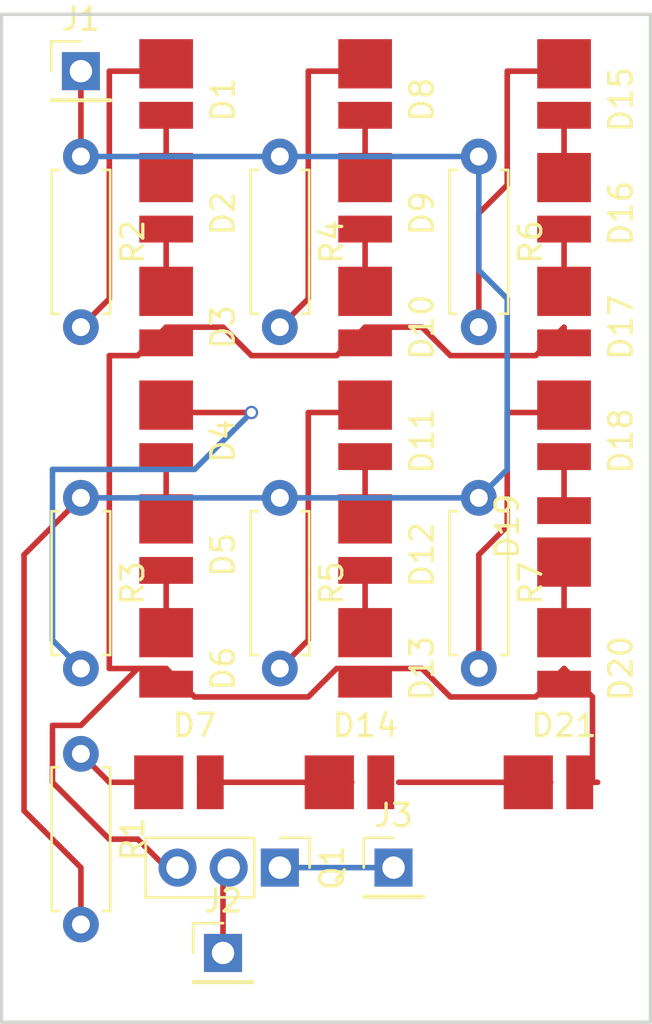
<source format=kicad_pcb>
(kicad_pcb (version 4) (host pcbnew 4.0.7-e2-6376~58~ubuntu16.04.1)

  (general
    (links 37)
    (no_connects 3)
    (area 43.374999 37.335 72.515001 83.415)
    (thickness 1.6)
    (drawings 4)
    (tracks 104)
    (zones 0)
    (modules 32)
    (nets 26)
  )

  (page A4)
  (layers
    (0 F.Cu signal)
    (31 B.Cu signal)
    (32 B.Adhes user)
    (33 F.Adhes user)
    (34 B.Paste user)
    (35 F.Paste user)
    (36 B.SilkS user)
    (37 F.SilkS user)
    (38 B.Mask user)
    (39 F.Mask user)
    (40 Dwgs.User user)
    (41 Cmts.User user)
    (42 Eco1.User user)
    (43 Eco2.User user)
    (44 Edge.Cuts user)
    (45 Margin user)
    (46 B.CrtYd user)
    (47 F.CrtYd user)
    (48 B.Fab user)
    (49 F.Fab user)
  )

  (setup
    (last_trace_width 0.25)
    (trace_clearance 0.2)
    (zone_clearance 0.508)
    (zone_45_only no)
    (trace_min 0.2)
    (segment_width 0.2)
    (edge_width 0.15)
    (via_size 0.6)
    (via_drill 0.4)
    (via_min_size 0.4)
    (via_min_drill 0.3)
    (uvia_size 0.3)
    (uvia_drill 0.1)
    (uvias_allowed no)
    (uvia_min_size 0.2)
    (uvia_min_drill 0.1)
    (pcb_text_width 0.3)
    (pcb_text_size 1.5 1.5)
    (mod_edge_width 0.15)
    (mod_text_size 1 1)
    (mod_text_width 0.15)
    (pad_size 1.524 1.524)
    (pad_drill 0.762)
    (pad_to_mask_clearance 0.2)
    (aux_axis_origin 0 0)
    (visible_elements FFFFFF7F)
    (pcbplotparams
      (layerselection 0x00030_80000001)
      (usegerberextensions false)
      (excludeedgelayer true)
      (linewidth 0.100000)
      (plotframeref false)
      (viasonmask false)
      (mode 1)
      (useauxorigin false)
      (hpglpennumber 1)
      (hpglpenspeed 20)
      (hpglpendiameter 15)
      (hpglpenoverlay 2)
      (psnegative false)
      (psa4output false)
      (plotreference true)
      (plotvalue true)
      (plotinvisibletext false)
      (padsonsilk false)
      (subtractmaskfromsilk false)
      (outputformat 1)
      (mirror false)
      (drillshape 1)
      (scaleselection 1)
      (outputdirectory ""))
  )

  (net 0 "")
  (net 1 "Net-(D1-Pad1)")
  (net 2 "Net-(D1-Pad2)")
  (net 3 "Net-(D2-Pad1)")
  (net 4 "Net-(D10-Pad1)")
  (net 5 "Net-(D4-Pad1)")
  (net 6 "Net-(D4-Pad2)")
  (net 7 "Net-(D5-Pad1)")
  (net 8 "Net-(D14-Pad2)")
  (net 9 "Net-(D7-Pad2)")
  (net 10 "Net-(D8-Pad1)")
  (net 11 "Net-(D8-Pad2)")
  (net 12 "Net-(D10-Pad2)")
  (net 13 "Net-(D11-Pad1)")
  (net 14 "Net-(D11-Pad2)")
  (net 15 "Net-(D12-Pad1)")
  (net 16 "Net-(D14-Pad1)")
  (net 17 "Net-(D15-Pad1)")
  (net 18 "Net-(D15-Pad2)")
  (net 19 "Net-(D16-Pad1)")
  (net 20 "Net-(D18-Pad1)")
  (net 21 "Net-(D18-Pad2)")
  (net 22 "Net-(D19-Pad1)")
  (net 23 GND)
  (net 24 12V)
  (net 25 "Net-(J2-Pad1)")

  (net_class Default "This is the default net class."
    (clearance 0.2)
    (trace_width 0.25)
    (via_dia 0.6)
    (via_drill 0.4)
    (uvia_dia 0.3)
    (uvia_drill 0.1)
    (add_net 12V)
    (add_net GND)
    (add_net "Net-(D1-Pad1)")
    (add_net "Net-(D1-Pad2)")
    (add_net "Net-(D10-Pad1)")
    (add_net "Net-(D10-Pad2)")
    (add_net "Net-(D11-Pad1)")
    (add_net "Net-(D11-Pad2)")
    (add_net "Net-(D12-Pad1)")
    (add_net "Net-(D14-Pad1)")
    (add_net "Net-(D14-Pad2)")
    (add_net "Net-(D15-Pad1)")
    (add_net "Net-(D15-Pad2)")
    (add_net "Net-(D16-Pad1)")
    (add_net "Net-(D18-Pad1)")
    (add_net "Net-(D18-Pad2)")
    (add_net "Net-(D19-Pad1)")
    (add_net "Net-(D2-Pad1)")
    (add_net "Net-(D4-Pad1)")
    (add_net "Net-(D4-Pad2)")
    (add_net "Net-(D5-Pad1)")
    (add_net "Net-(D7-Pad2)")
    (add_net "Net-(D8-Pad1)")
    (add_net "Net-(D8-Pad2)")
    (add_net "Net-(J2-Pad1)")
  )

  (module Socket_Strips:Socket_Strip_Straight_1x01_Pitch2.54mm (layer F.Cu) (tedit 58CD5446) (tstamp 5A8EB883)
    (at 46.99 40.64)
    (descr "Through hole straight socket strip, 1x01, 2.54mm pitch, single row")
    (tags "Through hole socket strip THT 1x01 2.54mm single row")
    (path /5A8E4E03)
    (fp_text reference J1 (at 0 -2.33) (layer F.SilkS)
      (effects (font (size 1 1) (thickness 0.15)))
    )
    (fp_text value 12V (at 0 2.33) (layer F.Fab)
      (effects (font (size 1 1) (thickness 0.15)))
    )
    (fp_line (start -1.27 -1.27) (end -1.27 1.27) (layer F.Fab) (width 0.1))
    (fp_line (start -1.27 1.27) (end 1.27 1.27) (layer F.Fab) (width 0.1))
    (fp_line (start 1.27 1.27) (end 1.27 -1.27) (layer F.Fab) (width 0.1))
    (fp_line (start 1.27 -1.27) (end -1.27 -1.27) (layer F.Fab) (width 0.1))
    (fp_line (start -1.33 1.27) (end -1.33 1.33) (layer F.SilkS) (width 0.12))
    (fp_line (start -1.33 1.33) (end 1.33 1.33) (layer F.SilkS) (width 0.12))
    (fp_line (start 1.33 1.33) (end 1.33 1.27) (layer F.SilkS) (width 0.12))
    (fp_line (start 1.33 1.27) (end -1.33 1.27) (layer F.SilkS) (width 0.12))
    (fp_line (start -1.33 0) (end -1.33 -1.33) (layer F.SilkS) (width 0.12))
    (fp_line (start -1.33 -1.33) (end 0 -1.33) (layer F.SilkS) (width 0.12))
    (fp_line (start -1.8 -1.8) (end -1.8 1.8) (layer F.CrtYd) (width 0.05))
    (fp_line (start -1.8 1.8) (end 1.8 1.8) (layer F.CrtYd) (width 0.05))
    (fp_line (start 1.8 1.8) (end 1.8 -1.8) (layer F.CrtYd) (width 0.05))
    (fp_line (start 1.8 -1.8) (end -1.8 -1.8) (layer F.CrtYd) (width 0.05))
    (fp_text user %R (at 0 -2.33) (layer F.Fab)
      (effects (font (size 1 1) (thickness 0.15)))
    )
    (pad 1 thru_hole rect (at 0 0) (size 1.7 1.7) (drill 1) (layers *.Cu *.Mask)
      (net 24 12V))
    (model ${KISYS3DMOD}/Socket_Strips.3dshapes/Socket_Strip_Straight_1x01_Pitch2.54mm.wrl
      (at (xyz 0 0 0))
      (scale (xyz 1 1 1))
      (rotate (xyz 0 0 270))
    )
  )

  (module AlteredFootprints:CUSTOM_Socket_Strip_Straight_1x03_Pitch0.09in (layer F.Cu) (tedit 5A8E4C43) (tstamp 5A8EB899)
    (at 55.88 76.2 270)
    (descr "Through hole straight socket strip, 1x03, 2.54mm pitch, single row")
    (tags "Through hole socket strip THT 1x03 2.54mm single row")
    (path /5A8DFF82)
    (fp_text reference Q1 (at 0 -2.33 270) (layer F.SilkS)
      (effects (font (size 1 1) (thickness 0.15)))
    )
    (fp_text value Q_NMOS_DGS (at 0 7.41 270) (layer F.Fab)
      (effects (font (size 1 1) (thickness 0.15)))
    )
    (fp_line (start -1.27 -1.27) (end -1.27 5.969) (layer F.Fab) (width 0.1))
    (fp_line (start -1.27 5.969) (end 1.27 5.969) (layer F.Fab) (width 0.1))
    (fp_line (start 1.27 5.969) (end 1.27 -1.27) (layer F.Fab) (width 0.1))
    (fp_line (start 1.27 -1.27) (end -1.27 -1.27) (layer F.Fab) (width 0.1))
    (fp_line (start -1.33 1.27) (end -1.33 5.9944) (layer F.SilkS) (width 0.12))
    (fp_line (start -1.33 5.9944) (end 1.33 5.9944) (layer F.SilkS) (width 0.12))
    (fp_line (start 1.33 5.9944) (end 1.33 1.27) (layer F.SilkS) (width 0.12))
    (fp_line (start 1.33 1.143) (end -1.33 1.143) (layer F.SilkS) (width 0.12))
    (fp_line (start -1.33 0) (end -1.33 -1.33) (layer F.SilkS) (width 0.12))
    (fp_line (start -1.33 -1.33) (end 0 -1.33) (layer F.SilkS) (width 0.12))
    (fp_line (start -1.8 -1.8) (end -1.8 6.35) (layer F.CrtYd) (width 0.05))
    (fp_line (start -1.8 6.35) (end 1.8 6.35) (layer F.CrtYd) (width 0.05))
    (fp_line (start 1.8 6.35) (end 1.8 -1.8) (layer F.CrtYd) (width 0.05))
    (fp_line (start 1.8 -1.8) (end -1.8 -1.8) (layer F.CrtYd) (width 0.05))
    (fp_text user %R (at 0 -2.33 270) (layer F.Fab)
      (effects (font (size 1 1) (thickness 0.15)))
    )
    (pad 1 thru_hole rect (at 0 0 270) (size 1.7 1.7) (drill 1) (layers *.Cu *.Mask)
      (net 23 GND))
    (pad 2 thru_hole oval (at 0 2.286 270) (size 1.7 1.7) (drill 1) (layers *.Cu *.Mask)
      (net 25 "Net-(J2-Pad1)"))
    (pad 3 thru_hole oval (at 0 4.572 270) (size 1.7 1.7) (drill 1) (layers *.Cu *.Mask)
      (net 4 "Net-(D10-Pad1)"))
    (model ${KISYS3DMOD}/Socket_Strips.3dshapes/Socket_Strip_Straight_1x03_Pitch2.54mm.wrl
      (at (xyz 0 -0.1 0))
      (scale (xyz 1 1 1))
      (rotate (xyz 0 0 270))
    )
  )

  (module Resistors_THT:R_Axial_DIN0207_L6.3mm_D2.5mm_P7.62mm_Horizontal (layer F.Cu) (tedit 5874F706) (tstamp 5A8EB8AF)
    (at 46.99 71.12 270)
    (descr "Resistor, Axial_DIN0207 series, Axial, Horizontal, pin pitch=7.62mm, 0.25W = 1/4W, length*diameter=6.3*2.5mm^2, http://cdn-reichelt.de/documents/datenblatt/B400/1_4W%23YAG.pdf")
    (tags "Resistor Axial_DIN0207 series Axial Horizontal pin pitch 7.62mm 0.25W = 1/4W length 6.3mm diameter 2.5mm")
    (path /5A8DF8C3)
    (fp_text reference R1 (at 3.81 -2.31 270) (layer F.SilkS)
      (effects (font (size 1 1) (thickness 0.15)))
    )
    (fp_text value 145 (at 3.81 2.31 270) (layer F.Fab)
      (effects (font (size 1 1) (thickness 0.15)))
    )
    (fp_line (start 0.66 -1.25) (end 0.66 1.25) (layer F.Fab) (width 0.1))
    (fp_line (start 0.66 1.25) (end 6.96 1.25) (layer F.Fab) (width 0.1))
    (fp_line (start 6.96 1.25) (end 6.96 -1.25) (layer F.Fab) (width 0.1))
    (fp_line (start 6.96 -1.25) (end 0.66 -1.25) (layer F.Fab) (width 0.1))
    (fp_line (start 0 0) (end 0.66 0) (layer F.Fab) (width 0.1))
    (fp_line (start 7.62 0) (end 6.96 0) (layer F.Fab) (width 0.1))
    (fp_line (start 0.6 -0.98) (end 0.6 -1.31) (layer F.SilkS) (width 0.12))
    (fp_line (start 0.6 -1.31) (end 7.02 -1.31) (layer F.SilkS) (width 0.12))
    (fp_line (start 7.02 -1.31) (end 7.02 -0.98) (layer F.SilkS) (width 0.12))
    (fp_line (start 0.6 0.98) (end 0.6 1.31) (layer F.SilkS) (width 0.12))
    (fp_line (start 0.6 1.31) (end 7.02 1.31) (layer F.SilkS) (width 0.12))
    (fp_line (start 7.02 1.31) (end 7.02 0.98) (layer F.SilkS) (width 0.12))
    (fp_line (start -1.05 -1.6) (end -1.05 1.6) (layer F.CrtYd) (width 0.05))
    (fp_line (start -1.05 1.6) (end 8.7 1.6) (layer F.CrtYd) (width 0.05))
    (fp_line (start 8.7 1.6) (end 8.7 -1.6) (layer F.CrtYd) (width 0.05))
    (fp_line (start 8.7 -1.6) (end -1.05 -1.6) (layer F.CrtYd) (width 0.05))
    (pad 1 thru_hole circle (at 0 0 270) (size 1.6 1.6) (drill 0.8) (layers *.Cu *.Mask)
      (net 9 "Net-(D7-Pad2)"))
    (pad 2 thru_hole oval (at 7.62 0 270) (size 1.6 1.6) (drill 0.8) (layers *.Cu *.Mask)
      (net 24 12V))
    (model ${KISYS3DMOD}/Resistors_THT.3dshapes/R_Axial_DIN0207_L6.3mm_D2.5mm_P7.62mm_Horizontal.wrl
      (at (xyz 0 0 0))
      (scale (xyz 0.393701 0.393701 0.393701))
      (rotate (xyz 0 0 0))
    )
  )

  (module Resistors_THT:R_Axial_DIN0207_L6.3mm_D2.5mm_P7.62mm_Horizontal (layer F.Cu) (tedit 5874F706) (tstamp 5A8EB8C5)
    (at 46.99 44.45 270)
    (descr "Resistor, Axial_DIN0207 series, Axial, Horizontal, pin pitch=7.62mm, 0.25W = 1/4W, length*diameter=6.3*2.5mm^2, http://cdn-reichelt.de/documents/datenblatt/B400/1_4W%23YAG.pdf")
    (tags "Resistor Axial_DIN0207 series Axial Horizontal pin pitch 7.62mm 0.25W = 1/4W length 6.3mm diameter 2.5mm")
    (path /5A8DF790)
    (fp_text reference R2 (at 3.81 -2.31 270) (layer F.SilkS)
      (effects (font (size 1 1) (thickness 0.15)))
    )
    (fp_text value 145 (at 3.81 2.31 270) (layer F.Fab)
      (effects (font (size 1 1) (thickness 0.15)))
    )
    (fp_line (start 0.66 -1.25) (end 0.66 1.25) (layer F.Fab) (width 0.1))
    (fp_line (start 0.66 1.25) (end 6.96 1.25) (layer F.Fab) (width 0.1))
    (fp_line (start 6.96 1.25) (end 6.96 -1.25) (layer F.Fab) (width 0.1))
    (fp_line (start 6.96 -1.25) (end 0.66 -1.25) (layer F.Fab) (width 0.1))
    (fp_line (start 0 0) (end 0.66 0) (layer F.Fab) (width 0.1))
    (fp_line (start 7.62 0) (end 6.96 0) (layer F.Fab) (width 0.1))
    (fp_line (start 0.6 -0.98) (end 0.6 -1.31) (layer F.SilkS) (width 0.12))
    (fp_line (start 0.6 -1.31) (end 7.02 -1.31) (layer F.SilkS) (width 0.12))
    (fp_line (start 7.02 -1.31) (end 7.02 -0.98) (layer F.SilkS) (width 0.12))
    (fp_line (start 0.6 0.98) (end 0.6 1.31) (layer F.SilkS) (width 0.12))
    (fp_line (start 0.6 1.31) (end 7.02 1.31) (layer F.SilkS) (width 0.12))
    (fp_line (start 7.02 1.31) (end 7.02 0.98) (layer F.SilkS) (width 0.12))
    (fp_line (start -1.05 -1.6) (end -1.05 1.6) (layer F.CrtYd) (width 0.05))
    (fp_line (start -1.05 1.6) (end 8.7 1.6) (layer F.CrtYd) (width 0.05))
    (fp_line (start 8.7 1.6) (end 8.7 -1.6) (layer F.CrtYd) (width 0.05))
    (fp_line (start 8.7 -1.6) (end -1.05 -1.6) (layer F.CrtYd) (width 0.05))
    (pad 1 thru_hole circle (at 0 0 270) (size 1.6 1.6) (drill 0.8) (layers *.Cu *.Mask)
      (net 24 12V))
    (pad 2 thru_hole oval (at 7.62 0 270) (size 1.6 1.6) (drill 0.8) (layers *.Cu *.Mask)
      (net 2 "Net-(D1-Pad2)"))
    (model ${KISYS3DMOD}/Resistors_THT.3dshapes/R_Axial_DIN0207_L6.3mm_D2.5mm_P7.62mm_Horizontal.wrl
      (at (xyz 0 0 0))
      (scale (xyz 0.393701 0.393701 0.393701))
      (rotate (xyz 0 0 0))
    )
  )

  (module Resistors_THT:R_Axial_DIN0207_L6.3mm_D2.5mm_P7.62mm_Horizontal (layer F.Cu) (tedit 5874F706) (tstamp 5A8EB8DB)
    (at 46.99 59.69 270)
    (descr "Resistor, Axial_DIN0207 series, Axial, Horizontal, pin pitch=7.62mm, 0.25W = 1/4W, length*diameter=6.3*2.5mm^2, http://cdn-reichelt.de/documents/datenblatt/B400/1_4W%23YAG.pdf")
    (tags "Resistor Axial_DIN0207 series Axial Horizontal pin pitch 7.62mm 0.25W = 1/4W length 6.3mm diameter 2.5mm")
    (path /5A8E1A9C)
    (fp_text reference R3 (at 3.81 -2.31 270) (layer F.SilkS)
      (effects (font (size 1 1) (thickness 0.15)))
    )
    (fp_text value 145 (at 3.81 2.31 270) (layer F.Fab)
      (effects (font (size 1 1) (thickness 0.15)))
    )
    (fp_line (start 0.66 -1.25) (end 0.66 1.25) (layer F.Fab) (width 0.1))
    (fp_line (start 0.66 1.25) (end 6.96 1.25) (layer F.Fab) (width 0.1))
    (fp_line (start 6.96 1.25) (end 6.96 -1.25) (layer F.Fab) (width 0.1))
    (fp_line (start 6.96 -1.25) (end 0.66 -1.25) (layer F.Fab) (width 0.1))
    (fp_line (start 0 0) (end 0.66 0) (layer F.Fab) (width 0.1))
    (fp_line (start 7.62 0) (end 6.96 0) (layer F.Fab) (width 0.1))
    (fp_line (start 0.6 -0.98) (end 0.6 -1.31) (layer F.SilkS) (width 0.12))
    (fp_line (start 0.6 -1.31) (end 7.02 -1.31) (layer F.SilkS) (width 0.12))
    (fp_line (start 7.02 -1.31) (end 7.02 -0.98) (layer F.SilkS) (width 0.12))
    (fp_line (start 0.6 0.98) (end 0.6 1.31) (layer F.SilkS) (width 0.12))
    (fp_line (start 0.6 1.31) (end 7.02 1.31) (layer F.SilkS) (width 0.12))
    (fp_line (start 7.02 1.31) (end 7.02 0.98) (layer F.SilkS) (width 0.12))
    (fp_line (start -1.05 -1.6) (end -1.05 1.6) (layer F.CrtYd) (width 0.05))
    (fp_line (start -1.05 1.6) (end 8.7 1.6) (layer F.CrtYd) (width 0.05))
    (fp_line (start 8.7 1.6) (end 8.7 -1.6) (layer F.CrtYd) (width 0.05))
    (fp_line (start 8.7 -1.6) (end -1.05 -1.6) (layer F.CrtYd) (width 0.05))
    (pad 1 thru_hole circle (at 0 0 270) (size 1.6 1.6) (drill 0.8) (layers *.Cu *.Mask)
      (net 24 12V))
    (pad 2 thru_hole oval (at 7.62 0 270) (size 1.6 1.6) (drill 0.8) (layers *.Cu *.Mask)
      (net 6 "Net-(D4-Pad2)"))
    (model ${KISYS3DMOD}/Resistors_THT.3dshapes/R_Axial_DIN0207_L6.3mm_D2.5mm_P7.62mm_Horizontal.wrl
      (at (xyz 0 0 0))
      (scale (xyz 0.393701 0.393701 0.393701))
      (rotate (xyz 0 0 0))
    )
  )

  (module Resistors_THT:R_Axial_DIN0207_L6.3mm_D2.5mm_P7.62mm_Horizontal (layer F.Cu) (tedit 5874F706) (tstamp 5A8EB8F1)
    (at 55.88 44.45 270)
    (descr "Resistor, Axial_DIN0207 series, Axial, Horizontal, pin pitch=7.62mm, 0.25W = 1/4W, length*diameter=6.3*2.5mm^2, http://cdn-reichelt.de/documents/datenblatt/B400/1_4W%23YAG.pdf")
    (tags "Resistor Axial_DIN0207 series Axial Horizontal pin pitch 7.62mm 0.25W = 1/4W length 6.3mm diameter 2.5mm")
    (path /5A8DF7EF)
    (fp_text reference R4 (at 3.81 -2.31 270) (layer F.SilkS)
      (effects (font (size 1 1) (thickness 0.15)))
    )
    (fp_text value 145 (at 3.81 2.31 270) (layer F.Fab)
      (effects (font (size 1 1) (thickness 0.15)))
    )
    (fp_line (start 0.66 -1.25) (end 0.66 1.25) (layer F.Fab) (width 0.1))
    (fp_line (start 0.66 1.25) (end 6.96 1.25) (layer F.Fab) (width 0.1))
    (fp_line (start 6.96 1.25) (end 6.96 -1.25) (layer F.Fab) (width 0.1))
    (fp_line (start 6.96 -1.25) (end 0.66 -1.25) (layer F.Fab) (width 0.1))
    (fp_line (start 0 0) (end 0.66 0) (layer F.Fab) (width 0.1))
    (fp_line (start 7.62 0) (end 6.96 0) (layer F.Fab) (width 0.1))
    (fp_line (start 0.6 -0.98) (end 0.6 -1.31) (layer F.SilkS) (width 0.12))
    (fp_line (start 0.6 -1.31) (end 7.02 -1.31) (layer F.SilkS) (width 0.12))
    (fp_line (start 7.02 -1.31) (end 7.02 -0.98) (layer F.SilkS) (width 0.12))
    (fp_line (start 0.6 0.98) (end 0.6 1.31) (layer F.SilkS) (width 0.12))
    (fp_line (start 0.6 1.31) (end 7.02 1.31) (layer F.SilkS) (width 0.12))
    (fp_line (start 7.02 1.31) (end 7.02 0.98) (layer F.SilkS) (width 0.12))
    (fp_line (start -1.05 -1.6) (end -1.05 1.6) (layer F.CrtYd) (width 0.05))
    (fp_line (start -1.05 1.6) (end 8.7 1.6) (layer F.CrtYd) (width 0.05))
    (fp_line (start 8.7 1.6) (end 8.7 -1.6) (layer F.CrtYd) (width 0.05))
    (fp_line (start 8.7 -1.6) (end -1.05 -1.6) (layer F.CrtYd) (width 0.05))
    (pad 1 thru_hole circle (at 0 0 270) (size 1.6 1.6) (drill 0.8) (layers *.Cu *.Mask)
      (net 24 12V))
    (pad 2 thru_hole oval (at 7.62 0 270) (size 1.6 1.6) (drill 0.8) (layers *.Cu *.Mask)
      (net 11 "Net-(D8-Pad2)"))
    (model ${KISYS3DMOD}/Resistors_THT.3dshapes/R_Axial_DIN0207_L6.3mm_D2.5mm_P7.62mm_Horizontal.wrl
      (at (xyz 0 0 0))
      (scale (xyz 0.393701 0.393701 0.393701))
      (rotate (xyz 0 0 0))
    )
  )

  (module Resistors_THT:R_Axial_DIN0207_L6.3mm_D2.5mm_P7.62mm_Horizontal (layer F.Cu) (tedit 5874F706) (tstamp 5A8EB907)
    (at 55.88 59.69 270)
    (descr "Resistor, Axial_DIN0207 series, Axial, Horizontal, pin pitch=7.62mm, 0.25W = 1/4W, length*diameter=6.3*2.5mm^2, http://cdn-reichelt.de/documents/datenblatt/B400/1_4W%23YAG.pdf")
    (tags "Resistor Axial_DIN0207 series Axial Horizontal pin pitch 7.62mm 0.25W = 1/4W length 6.3mm diameter 2.5mm")
    (path /5A8E1AA2)
    (fp_text reference R5 (at 3.81 -2.31 270) (layer F.SilkS)
      (effects (font (size 1 1) (thickness 0.15)))
    )
    (fp_text value 145 (at 3.81 2.31 270) (layer F.Fab)
      (effects (font (size 1 1) (thickness 0.15)))
    )
    (fp_line (start 0.66 -1.25) (end 0.66 1.25) (layer F.Fab) (width 0.1))
    (fp_line (start 0.66 1.25) (end 6.96 1.25) (layer F.Fab) (width 0.1))
    (fp_line (start 6.96 1.25) (end 6.96 -1.25) (layer F.Fab) (width 0.1))
    (fp_line (start 6.96 -1.25) (end 0.66 -1.25) (layer F.Fab) (width 0.1))
    (fp_line (start 0 0) (end 0.66 0) (layer F.Fab) (width 0.1))
    (fp_line (start 7.62 0) (end 6.96 0) (layer F.Fab) (width 0.1))
    (fp_line (start 0.6 -0.98) (end 0.6 -1.31) (layer F.SilkS) (width 0.12))
    (fp_line (start 0.6 -1.31) (end 7.02 -1.31) (layer F.SilkS) (width 0.12))
    (fp_line (start 7.02 -1.31) (end 7.02 -0.98) (layer F.SilkS) (width 0.12))
    (fp_line (start 0.6 0.98) (end 0.6 1.31) (layer F.SilkS) (width 0.12))
    (fp_line (start 0.6 1.31) (end 7.02 1.31) (layer F.SilkS) (width 0.12))
    (fp_line (start 7.02 1.31) (end 7.02 0.98) (layer F.SilkS) (width 0.12))
    (fp_line (start -1.05 -1.6) (end -1.05 1.6) (layer F.CrtYd) (width 0.05))
    (fp_line (start -1.05 1.6) (end 8.7 1.6) (layer F.CrtYd) (width 0.05))
    (fp_line (start 8.7 1.6) (end 8.7 -1.6) (layer F.CrtYd) (width 0.05))
    (fp_line (start 8.7 -1.6) (end -1.05 -1.6) (layer F.CrtYd) (width 0.05))
    (pad 1 thru_hole circle (at 0 0 270) (size 1.6 1.6) (drill 0.8) (layers *.Cu *.Mask)
      (net 24 12V))
    (pad 2 thru_hole oval (at 7.62 0 270) (size 1.6 1.6) (drill 0.8) (layers *.Cu *.Mask)
      (net 14 "Net-(D11-Pad2)"))
    (model ${KISYS3DMOD}/Resistors_THT.3dshapes/R_Axial_DIN0207_L6.3mm_D2.5mm_P7.62mm_Horizontal.wrl
      (at (xyz 0 0 0))
      (scale (xyz 0.393701 0.393701 0.393701))
      (rotate (xyz 0 0 0))
    )
  )

  (module Resistors_THT:R_Axial_DIN0207_L6.3mm_D2.5mm_P7.62mm_Horizontal (layer F.Cu) (tedit 5874F706) (tstamp 5A8EB91D)
    (at 64.77 44.45 270)
    (descr "Resistor, Axial_DIN0207 series, Axial, Horizontal, pin pitch=7.62mm, 0.25W = 1/4W, length*diameter=6.3*2.5mm^2, http://cdn-reichelt.de/documents/datenblatt/B400/1_4W%23YAG.pdf")
    (tags "Resistor Axial_DIN0207 series Axial Horizontal pin pitch 7.62mm 0.25W = 1/4W length 6.3mm diameter 2.5mm")
    (path /5A8DF85D)
    (fp_text reference R6 (at 3.81 -2.31 270) (layer F.SilkS)
      (effects (font (size 1 1) (thickness 0.15)))
    )
    (fp_text value 145 (at 3.81 2.31 270) (layer F.Fab)
      (effects (font (size 1 1) (thickness 0.15)))
    )
    (fp_line (start 0.66 -1.25) (end 0.66 1.25) (layer F.Fab) (width 0.1))
    (fp_line (start 0.66 1.25) (end 6.96 1.25) (layer F.Fab) (width 0.1))
    (fp_line (start 6.96 1.25) (end 6.96 -1.25) (layer F.Fab) (width 0.1))
    (fp_line (start 6.96 -1.25) (end 0.66 -1.25) (layer F.Fab) (width 0.1))
    (fp_line (start 0 0) (end 0.66 0) (layer F.Fab) (width 0.1))
    (fp_line (start 7.62 0) (end 6.96 0) (layer F.Fab) (width 0.1))
    (fp_line (start 0.6 -0.98) (end 0.6 -1.31) (layer F.SilkS) (width 0.12))
    (fp_line (start 0.6 -1.31) (end 7.02 -1.31) (layer F.SilkS) (width 0.12))
    (fp_line (start 7.02 -1.31) (end 7.02 -0.98) (layer F.SilkS) (width 0.12))
    (fp_line (start 0.6 0.98) (end 0.6 1.31) (layer F.SilkS) (width 0.12))
    (fp_line (start 0.6 1.31) (end 7.02 1.31) (layer F.SilkS) (width 0.12))
    (fp_line (start 7.02 1.31) (end 7.02 0.98) (layer F.SilkS) (width 0.12))
    (fp_line (start -1.05 -1.6) (end -1.05 1.6) (layer F.CrtYd) (width 0.05))
    (fp_line (start -1.05 1.6) (end 8.7 1.6) (layer F.CrtYd) (width 0.05))
    (fp_line (start 8.7 1.6) (end 8.7 -1.6) (layer F.CrtYd) (width 0.05))
    (fp_line (start 8.7 -1.6) (end -1.05 -1.6) (layer F.CrtYd) (width 0.05))
    (pad 1 thru_hole circle (at 0 0 270) (size 1.6 1.6) (drill 0.8) (layers *.Cu *.Mask)
      (net 24 12V))
    (pad 2 thru_hole oval (at 7.62 0 270) (size 1.6 1.6) (drill 0.8) (layers *.Cu *.Mask)
      (net 18 "Net-(D15-Pad2)"))
    (model ${KISYS3DMOD}/Resistors_THT.3dshapes/R_Axial_DIN0207_L6.3mm_D2.5mm_P7.62mm_Horizontal.wrl
      (at (xyz 0 0 0))
      (scale (xyz 0.393701 0.393701 0.393701))
      (rotate (xyz 0 0 0))
    )
  )

  (module Resistors_THT:R_Axial_DIN0207_L6.3mm_D2.5mm_P7.62mm_Horizontal (layer F.Cu) (tedit 5874F706) (tstamp 5A8EB933)
    (at 64.77 59.69 270)
    (descr "Resistor, Axial_DIN0207 series, Axial, Horizontal, pin pitch=7.62mm, 0.25W = 1/4W, length*diameter=6.3*2.5mm^2, http://cdn-reichelt.de/documents/datenblatt/B400/1_4W%23YAG.pdf")
    (tags "Resistor Axial_DIN0207 series Axial Horizontal pin pitch 7.62mm 0.25W = 1/4W length 6.3mm diameter 2.5mm")
    (path /5A8E1AA8)
    (fp_text reference R7 (at 3.81 -2.31 270) (layer F.SilkS)
      (effects (font (size 1 1) (thickness 0.15)))
    )
    (fp_text value 145 (at 3.81 2.31 270) (layer F.Fab)
      (effects (font (size 1 1) (thickness 0.15)))
    )
    (fp_line (start 0.66 -1.25) (end 0.66 1.25) (layer F.Fab) (width 0.1))
    (fp_line (start 0.66 1.25) (end 6.96 1.25) (layer F.Fab) (width 0.1))
    (fp_line (start 6.96 1.25) (end 6.96 -1.25) (layer F.Fab) (width 0.1))
    (fp_line (start 6.96 -1.25) (end 0.66 -1.25) (layer F.Fab) (width 0.1))
    (fp_line (start 0 0) (end 0.66 0) (layer F.Fab) (width 0.1))
    (fp_line (start 7.62 0) (end 6.96 0) (layer F.Fab) (width 0.1))
    (fp_line (start 0.6 -0.98) (end 0.6 -1.31) (layer F.SilkS) (width 0.12))
    (fp_line (start 0.6 -1.31) (end 7.02 -1.31) (layer F.SilkS) (width 0.12))
    (fp_line (start 7.02 -1.31) (end 7.02 -0.98) (layer F.SilkS) (width 0.12))
    (fp_line (start 0.6 0.98) (end 0.6 1.31) (layer F.SilkS) (width 0.12))
    (fp_line (start 0.6 1.31) (end 7.02 1.31) (layer F.SilkS) (width 0.12))
    (fp_line (start 7.02 1.31) (end 7.02 0.98) (layer F.SilkS) (width 0.12))
    (fp_line (start -1.05 -1.6) (end -1.05 1.6) (layer F.CrtYd) (width 0.05))
    (fp_line (start -1.05 1.6) (end 8.7 1.6) (layer F.CrtYd) (width 0.05))
    (fp_line (start 8.7 1.6) (end 8.7 -1.6) (layer F.CrtYd) (width 0.05))
    (fp_line (start 8.7 -1.6) (end -1.05 -1.6) (layer F.CrtYd) (width 0.05))
    (pad 1 thru_hole circle (at 0 0 270) (size 1.6 1.6) (drill 0.8) (layers *.Cu *.Mask)
      (net 24 12V))
    (pad 2 thru_hole oval (at 7.62 0 270) (size 1.6 1.6) (drill 0.8) (layers *.Cu *.Mask)
      (net 21 "Net-(D18-Pad2)"))
    (model ${KISYS3DMOD}/Resistors_THT.3dshapes/R_Axial_DIN0207_L6.3mm_D2.5mm_P7.62mm_Horizontal.wrl
      (at (xyz 0 0 0))
      (scale (xyz 0.393701 0.393701 0.393701))
      (rotate (xyz 0 0 0))
    )
  )

  (module Socket_Strips:Socket_Strip_Straight_1x01_Pitch2.54mm (layer F.Cu) (tedit 58CD5446) (tstamp 5A8ECA1F)
    (at 53.34 80.01)
    (descr "Through hole straight socket strip, 1x01, 2.54mm pitch, single row")
    (tags "Through hole socket strip THT 1x01 2.54mm single row")
    (path /5A8E5C35)
    (fp_text reference J2 (at 0 -2.33) (layer F.SilkS)
      (effects (font (size 1 1) (thickness 0.15)))
    )
    (fp_text value A1 (at 0 2.33) (layer F.Fab)
      (effects (font (size 1 1) (thickness 0.15)))
    )
    (fp_line (start -1.27 -1.27) (end -1.27 1.27) (layer F.Fab) (width 0.1))
    (fp_line (start -1.27 1.27) (end 1.27 1.27) (layer F.Fab) (width 0.1))
    (fp_line (start 1.27 1.27) (end 1.27 -1.27) (layer F.Fab) (width 0.1))
    (fp_line (start 1.27 -1.27) (end -1.27 -1.27) (layer F.Fab) (width 0.1))
    (fp_line (start -1.33 1.27) (end -1.33 1.33) (layer F.SilkS) (width 0.12))
    (fp_line (start -1.33 1.33) (end 1.33 1.33) (layer F.SilkS) (width 0.12))
    (fp_line (start 1.33 1.33) (end 1.33 1.27) (layer F.SilkS) (width 0.12))
    (fp_line (start 1.33 1.27) (end -1.33 1.27) (layer F.SilkS) (width 0.12))
    (fp_line (start -1.33 0) (end -1.33 -1.33) (layer F.SilkS) (width 0.12))
    (fp_line (start -1.33 -1.33) (end 0 -1.33) (layer F.SilkS) (width 0.12))
    (fp_line (start -1.8 -1.8) (end -1.8 1.8) (layer F.CrtYd) (width 0.05))
    (fp_line (start -1.8 1.8) (end 1.8 1.8) (layer F.CrtYd) (width 0.05))
    (fp_line (start 1.8 1.8) (end 1.8 -1.8) (layer F.CrtYd) (width 0.05))
    (fp_line (start 1.8 -1.8) (end -1.8 -1.8) (layer F.CrtYd) (width 0.05))
    (fp_text user %R (at 0 -2.33) (layer F.Fab)
      (effects (font (size 1 1) (thickness 0.15)))
    )
    (pad 1 thru_hole rect (at 0 0) (size 1.7 1.7) (drill 1) (layers *.Cu *.Mask)
      (net 25 "Net-(J2-Pad1)"))
    (model ${KISYS3DMOD}/Socket_Strips.3dshapes/Socket_Strip_Straight_1x01_Pitch2.54mm.wrl
      (at (xyz 0 0 0))
      (scale (xyz 1 1 1))
      (rotate (xyz 0 0 270))
    )
  )

  (module Socket_Strips:Socket_Strip_Straight_1x01_Pitch2.54mm (layer F.Cu) (tedit 58CD5446) (tstamp 5A8ECA33)
    (at 60.96 76.2)
    (descr "Through hole straight socket strip, 1x01, 2.54mm pitch, single row")
    (tags "Through hole socket strip THT 1x01 2.54mm single row")
    (path /5A8E5EA7)
    (fp_text reference J3 (at 0 -2.33) (layer F.SilkS)
      (effects (font (size 1 1) (thickness 0.15)))
    )
    (fp_text value gnd (at 0 2.33) (layer F.Fab)
      (effects (font (size 1 1) (thickness 0.15)))
    )
    (fp_line (start -1.27 -1.27) (end -1.27 1.27) (layer F.Fab) (width 0.1))
    (fp_line (start -1.27 1.27) (end 1.27 1.27) (layer F.Fab) (width 0.1))
    (fp_line (start 1.27 1.27) (end 1.27 -1.27) (layer F.Fab) (width 0.1))
    (fp_line (start 1.27 -1.27) (end -1.27 -1.27) (layer F.Fab) (width 0.1))
    (fp_line (start -1.33 1.27) (end -1.33 1.33) (layer F.SilkS) (width 0.12))
    (fp_line (start -1.33 1.33) (end 1.33 1.33) (layer F.SilkS) (width 0.12))
    (fp_line (start 1.33 1.33) (end 1.33 1.27) (layer F.SilkS) (width 0.12))
    (fp_line (start 1.33 1.27) (end -1.33 1.27) (layer F.SilkS) (width 0.12))
    (fp_line (start -1.33 0) (end -1.33 -1.33) (layer F.SilkS) (width 0.12))
    (fp_line (start -1.33 -1.33) (end 0 -1.33) (layer F.SilkS) (width 0.12))
    (fp_line (start -1.8 -1.8) (end -1.8 1.8) (layer F.CrtYd) (width 0.05))
    (fp_line (start -1.8 1.8) (end 1.8 1.8) (layer F.CrtYd) (width 0.05))
    (fp_line (start 1.8 1.8) (end 1.8 -1.8) (layer F.CrtYd) (width 0.05))
    (fp_line (start 1.8 -1.8) (end -1.8 -1.8) (layer F.CrtYd) (width 0.05))
    (fp_text user %R (at 0 -2.33) (layer F.Fab)
      (effects (font (size 1 1) (thickness 0.15)))
    )
    (pad 1 thru_hole rect (at 0 0) (size 1.7 1.7) (drill 1) (layers *.Cu *.Mask)
      (net 23 GND))
    (model ${KISYS3DMOD}/Socket_Strips.3dshapes/Socket_Strip_Straight_1x01_Pitch2.54mm.wrl
      (at (xyz 0 0 0))
      (scale (xyz 1 1 1))
      (rotate (xyz 0 0 270))
    )
  )

  (module Footprints:D_2835_Flipped (layer F.Cu) (tedit 5ABD24F7) (tstamp 5A8EB7F7)
    (at 50.8 41.91 90)
    (path /5A8DF146)
    (fp_text reference D1 (at 0 2.54 90) (layer F.SilkS)
      (effects (font (size 1 1) (thickness 0.15)))
    )
    (fp_text value LED (at 0 -2.54 90) (layer F.Fab)
      (effects (font (size 1 1) (thickness 0.15)))
    )
    (pad 2 smd rect (at 1.6 0 90) (size 2.2 2.4) (layers F.Cu F.Paste F.Mask)
      (net 2 "Net-(D1-Pad2)"))
    (pad 1 smd rect (at -0.7 0 90) (size 1.2 2.4) (layers F.Cu F.Paste F.Mask)
      (net 1 "Net-(D1-Pad1)"))
  )

  (module Footprints:D_2835_Flipped (layer F.Cu) (tedit 5ABD24F7) (tstamp 5A8EB7FD)
    (at 50.8 46.99 90)
    (path /5A8DF293)
    (fp_text reference D2 (at 0 2.54 90) (layer F.SilkS)
      (effects (font (size 1 1) (thickness 0.15)))
    )
    (fp_text value LED (at 0 -2.54 90) (layer F.Fab)
      (effects (font (size 1 1) (thickness 0.15)))
    )
    (pad 2 smd rect (at 1.6 0 90) (size 2.2 2.4) (layers F.Cu F.Paste F.Mask)
      (net 1 "Net-(D1-Pad1)"))
    (pad 1 smd rect (at -0.7 0 90) (size 1.2 2.4) (layers F.Cu F.Paste F.Mask)
      (net 3 "Net-(D2-Pad1)"))
  )

  (module Footprints:D_2835_Flipped (layer F.Cu) (tedit 5ABD24F7) (tstamp 5A8EB803)
    (at 50.8 52.07 90)
    (path /5A8E14F2)
    (fp_text reference D3 (at 0 2.54 90) (layer F.SilkS)
      (effects (font (size 1 1) (thickness 0.15)))
    )
    (fp_text value LED (at 0 -2.54 90) (layer F.Fab)
      (effects (font (size 1 1) (thickness 0.15)))
    )
    (pad 2 smd rect (at 1.6 0 90) (size 2.2 2.4) (layers F.Cu F.Paste F.Mask)
      (net 3 "Net-(D2-Pad1)"))
    (pad 1 smd rect (at -0.7 0 90) (size 1.2 2.4) (layers F.Cu F.Paste F.Mask)
      (net 4 "Net-(D10-Pad1)"))
  )

  (module Footprints:D_2835_Flipped (layer F.Cu) (tedit 5ABD24F7) (tstamp 5A8EB809)
    (at 50.8 57.15 90)
    (path /5A8E1A78)
    (fp_text reference D4 (at 0 2.54 90) (layer F.SilkS)
      (effects (font (size 1 1) (thickness 0.15)))
    )
    (fp_text value LED (at 0 -2.54 90) (layer F.Fab)
      (effects (font (size 1 1) (thickness 0.15)))
    )
    (pad 2 smd rect (at 1.6 0 90) (size 2.2 2.4) (layers F.Cu F.Paste F.Mask)
      (net 6 "Net-(D4-Pad2)"))
    (pad 1 smd rect (at -0.7 0 90) (size 1.2 2.4) (layers F.Cu F.Paste F.Mask)
      (net 5 "Net-(D4-Pad1)"))
  )

  (module Footprints:D_2835_Flipped (layer F.Cu) (tedit 5ABD24F7) (tstamp 5A8EB80F)
    (at 50.8 62.23 90)
    (path /5A8E1A8A)
    (fp_text reference D5 (at 0 2.54 90) (layer F.SilkS)
      (effects (font (size 1 1) (thickness 0.15)))
    )
    (fp_text value LED (at 0 -2.54 90) (layer F.Fab)
      (effects (font (size 1 1) (thickness 0.15)))
    )
    (pad 2 smd rect (at 1.6 0 90) (size 2.2 2.4) (layers F.Cu F.Paste F.Mask)
      (net 5 "Net-(D4-Pad1)"))
    (pad 1 smd rect (at -0.7 0 90) (size 1.2 2.4) (layers F.Cu F.Paste F.Mask)
      (net 7 "Net-(D5-Pad1)"))
  )

  (module Footprints:D_2835_Flipped (layer F.Cu) (tedit 5ABD24F7) (tstamp 5A8EB815)
    (at 50.8 67.31 90)
    (path /5A8E1ABB)
    (fp_text reference D6 (at 0 2.54 90) (layer F.SilkS)
      (effects (font (size 1 1) (thickness 0.15)))
    )
    (fp_text value LED (at 0 -2.54 90) (layer F.Fab)
      (effects (font (size 1 1) (thickness 0.15)))
    )
    (pad 2 smd rect (at 1.6 0 90) (size 2.2 2.4) (layers F.Cu F.Paste F.Mask)
      (net 7 "Net-(D5-Pad1)"))
    (pad 1 smd rect (at -0.7 0 90) (size 1.2 2.4) (layers F.Cu F.Paste F.Mask)
      (net 4 "Net-(D10-Pad1)"))
  )

  (module Footprints:D_2835_Flipped (layer F.Cu) (tedit 5ABD24F7) (tstamp 5A8EB81B)
    (at 52.07 72.39 180)
    (path /5A8DF3A1)
    (fp_text reference D7 (at 0 2.54 180) (layer F.SilkS)
      (effects (font (size 1 1) (thickness 0.15)))
    )
    (fp_text value LED (at 0 -2.54 180) (layer F.Fab)
      (effects (font (size 1 1) (thickness 0.15)))
    )
    (pad 2 smd rect (at 1.6 0 180) (size 2.2 2.4) (layers F.Cu F.Paste F.Mask)
      (net 9 "Net-(D7-Pad2)"))
    (pad 1 smd rect (at -0.7 0 180) (size 1.2 2.4) (layers F.Cu F.Paste F.Mask)
      (net 8 "Net-(D14-Pad2)"))
  )

  (module Footprints:D_2835_Flipped (layer F.Cu) (tedit 5ABD24F7) (tstamp 5A8EB821)
    (at 59.69 41.91 90)
    (path /5A8DF202)
    (fp_text reference D8 (at 0 2.54 90) (layer F.SilkS)
      (effects (font (size 1 1) (thickness 0.15)))
    )
    (fp_text value LED (at 0 -2.54 90) (layer F.Fab)
      (effects (font (size 1 1) (thickness 0.15)))
    )
    (pad 2 smd rect (at 1.6 0 90) (size 2.2 2.4) (layers F.Cu F.Paste F.Mask)
      (net 11 "Net-(D8-Pad2)"))
    (pad 1 smd rect (at -0.7 0 90) (size 1.2 2.4) (layers F.Cu F.Paste F.Mask)
      (net 10 "Net-(D8-Pad1)"))
  )

  (module Footprints:D_2835_Flipped (layer F.Cu) (tedit 5ABD24F7) (tstamp 5A8EB827)
    (at 59.69 46.99 90)
    (path /5A8DF299)
    (fp_text reference D9 (at 0 2.54 90) (layer F.SilkS)
      (effects (font (size 1 1) (thickness 0.15)))
    )
    (fp_text value LED (at 0 -2.54 90) (layer F.Fab)
      (effects (font (size 1 1) (thickness 0.15)))
    )
    (pad 2 smd rect (at 1.6 0 90) (size 2.2 2.4) (layers F.Cu F.Paste F.Mask)
      (net 10 "Net-(D8-Pad1)"))
    (pad 1 smd rect (at -0.7 0 90) (size 1.2 2.4) (layers F.Cu F.Paste F.Mask)
      (net 12 "Net-(D10-Pad2)"))
  )

  (module Footprints:D_2835_Flipped (layer F.Cu) (tedit 5ABD24F7) (tstamp 5A8EB82D)
    (at 59.69 52.07 90)
    (path /5A8E14F8)
    (fp_text reference D10 (at 0 2.54 90) (layer F.SilkS)
      (effects (font (size 1 1) (thickness 0.15)))
    )
    (fp_text value LED (at 0 -2.54 90) (layer F.Fab)
      (effects (font (size 1 1) (thickness 0.15)))
    )
    (pad 2 smd rect (at 1.6 0 90) (size 2.2 2.4) (layers F.Cu F.Paste F.Mask)
      (net 12 "Net-(D10-Pad2)"))
    (pad 1 smd rect (at -0.7 0 90) (size 1.2 2.4) (layers F.Cu F.Paste F.Mask)
      (net 4 "Net-(D10-Pad1)"))
  )

  (module Footprints:D_2835_Flipped (layer F.Cu) (tedit 5ABD24F7) (tstamp 5A8EB833)
    (at 59.69 57.15 90)
    (path /5A8E1A7E)
    (fp_text reference D11 (at 0 2.54 90) (layer F.SilkS)
      (effects (font (size 1 1) (thickness 0.15)))
    )
    (fp_text value LED (at 0 -2.54 90) (layer F.Fab)
      (effects (font (size 1 1) (thickness 0.15)))
    )
    (pad 2 smd rect (at 1.6 0 90) (size 2.2 2.4) (layers F.Cu F.Paste F.Mask)
      (net 14 "Net-(D11-Pad2)"))
    (pad 1 smd rect (at -0.7 0 90) (size 1.2 2.4) (layers F.Cu F.Paste F.Mask)
      (net 13 "Net-(D11-Pad1)"))
  )

  (module Footprints:D_2835_Flipped (layer F.Cu) (tedit 5ABD24F7) (tstamp 5A8EB839)
    (at 59.69 62.23 90)
    (path /5A8E1A90)
    (fp_text reference D12 (at 0 2.54 90) (layer F.SilkS)
      (effects (font (size 1 1) (thickness 0.15)))
    )
    (fp_text value LED (at 0 -2.54 90) (layer F.Fab)
      (effects (font (size 1 1) (thickness 0.15)))
    )
    (pad 2 smd rect (at 1.6 0 90) (size 2.2 2.4) (layers F.Cu F.Paste F.Mask)
      (net 13 "Net-(D11-Pad1)"))
    (pad 1 smd rect (at -0.7 0 90) (size 1.2 2.4) (layers F.Cu F.Paste F.Mask)
      (net 15 "Net-(D12-Pad1)"))
  )

  (module Footprints:D_2835_Flipped (layer F.Cu) (tedit 5ABD24F7) (tstamp 5A8EB83F)
    (at 59.69 67.31 90)
    (path /5A8E1AC1)
    (fp_text reference D13 (at 0 2.54 90) (layer F.SilkS)
      (effects (font (size 1 1) (thickness 0.15)))
    )
    (fp_text value LED (at 0 -2.54 90) (layer F.Fab)
      (effects (font (size 1 1) (thickness 0.15)))
    )
    (pad 2 smd rect (at 1.6 0 90) (size 2.2 2.4) (layers F.Cu F.Paste F.Mask)
      (net 15 "Net-(D12-Pad1)"))
    (pad 1 smd rect (at -0.7 0 90) (size 1.2 2.4) (layers F.Cu F.Paste F.Mask)
      (net 4 "Net-(D10-Pad1)"))
  )

  (module Footprints:D_2835_Flipped (layer F.Cu) (tedit 5ABD24F7) (tstamp 5A8EB845)
    (at 59.69 72.39 180)
    (path /5A8DF39B)
    (fp_text reference D14 (at 0 2.54 180) (layer F.SilkS)
      (effects (font (size 1 1) (thickness 0.15)))
    )
    (fp_text value LED (at 0 -2.54 180) (layer F.Fab)
      (effects (font (size 1 1) (thickness 0.15)))
    )
    (pad 2 smd rect (at 1.6 0 180) (size 2.2 2.4) (layers F.Cu F.Paste F.Mask)
      (net 8 "Net-(D14-Pad2)"))
    (pad 1 smd rect (at -0.7 0 180) (size 1.2 2.4) (layers F.Cu F.Paste F.Mask)
      (net 16 "Net-(D14-Pad1)"))
  )

  (module Footprints:D_2835_Flipped (layer F.Cu) (tedit 5ABD24F7) (tstamp 5A8EB84B)
    (at 68.58 41.91 90)
    (path /5A8DF21E)
    (fp_text reference D15 (at 0 2.54 90) (layer F.SilkS)
      (effects (font (size 1 1) (thickness 0.15)))
    )
    (fp_text value LED (at 0 -2.54 90) (layer F.Fab)
      (effects (font (size 1 1) (thickness 0.15)))
    )
    (pad 2 smd rect (at 1.6 0 90) (size 2.2 2.4) (layers F.Cu F.Paste F.Mask)
      (net 18 "Net-(D15-Pad2)"))
    (pad 1 smd rect (at -0.7 0 90) (size 1.2 2.4) (layers F.Cu F.Paste F.Mask)
      (net 17 "Net-(D15-Pad1)"))
  )

  (module Footprints:D_2835_Flipped (layer F.Cu) (tedit 5ABD24F7) (tstamp 5A8EB851)
    (at 68.58 46.99 90)
    (path /5A8DF29F)
    (fp_text reference D16 (at 0 2.54 90) (layer F.SilkS)
      (effects (font (size 1 1) (thickness 0.15)))
    )
    (fp_text value LED (at 0 -2.54 90) (layer F.Fab)
      (effects (font (size 1 1) (thickness 0.15)))
    )
    (pad 2 smd rect (at 1.6 0 90) (size 2.2 2.4) (layers F.Cu F.Paste F.Mask)
      (net 17 "Net-(D15-Pad1)"))
    (pad 1 smd rect (at -0.7 0 90) (size 1.2 2.4) (layers F.Cu F.Paste F.Mask)
      (net 19 "Net-(D16-Pad1)"))
  )

  (module Footprints:D_2835_Flipped (layer F.Cu) (tedit 5ABD24F7) (tstamp 5A8EB857)
    (at 68.58 52.07 90)
    (path /5A8E14FE)
    (fp_text reference D17 (at 0 2.54 90) (layer F.SilkS)
      (effects (font (size 1 1) (thickness 0.15)))
    )
    (fp_text value LED (at 0 -2.54 90) (layer F.Fab)
      (effects (font (size 1 1) (thickness 0.15)))
    )
    (pad 2 smd rect (at 1.6 0 90) (size 2.2 2.4) (layers F.Cu F.Paste F.Mask)
      (net 19 "Net-(D16-Pad1)"))
    (pad 1 smd rect (at -0.7 0 90) (size 1.2 2.4) (layers F.Cu F.Paste F.Mask)
      (net 4 "Net-(D10-Pad1)"))
  )

  (module Footprints:D_2835_Flipped (layer F.Cu) (tedit 5ABD24F7) (tstamp 5A8EB85D)
    (at 68.58 57.15 90)
    (path /5A8E1A84)
    (fp_text reference D18 (at 0 2.54 90) (layer F.SilkS)
      (effects (font (size 1 1) (thickness 0.15)))
    )
    (fp_text value LED (at 0 -2.54 90) (layer F.Fab)
      (effects (font (size 1 1) (thickness 0.15)))
    )
    (pad 2 smd rect (at 1.6 0 90) (size 2.2 2.4) (layers F.Cu F.Paste F.Mask)
      (net 21 "Net-(D18-Pad2)"))
    (pad 1 smd rect (at -0.7 0 90) (size 1.2 2.4) (layers F.Cu F.Paste F.Mask)
      (net 20 "Net-(D18-Pad1)"))
  )

  (module Footprints:D_2835_Flipped (layer F.Cu) (tedit 5ABD24F7) (tstamp 5A8EB863)
    (at 68.58 60.96 270)
    (path /5A8E1A96)
    (fp_text reference D19 (at 0 2.54 270) (layer F.SilkS)
      (effects (font (size 1 1) (thickness 0.15)))
    )
    (fp_text value LED (at 0 -2.54 270) (layer F.Fab)
      (effects (font (size 1 1) (thickness 0.15)))
    )
    (pad 2 smd rect (at 1.6 0 270) (size 2.2 2.4) (layers F.Cu F.Paste F.Mask)
      (net 20 "Net-(D18-Pad1)"))
    (pad 1 smd rect (at -0.7 0 270) (size 1.2 2.4) (layers F.Cu F.Paste F.Mask)
      (net 22 "Net-(D19-Pad1)"))
  )

  (module Footprints:D_2835_Flipped (layer F.Cu) (tedit 5ABD24F7) (tstamp 5A8EB869)
    (at 68.58 67.31 90)
    (path /5A8E1AC7)
    (fp_text reference D20 (at 0 2.54 90) (layer F.SilkS)
      (effects (font (size 1 1) (thickness 0.15)))
    )
    (fp_text value LED (at 0 -2.54 90) (layer F.Fab)
      (effects (font (size 1 1) (thickness 0.15)))
    )
    (pad 2 smd rect (at 1.6 0 90) (size 2.2 2.4) (layers F.Cu F.Paste F.Mask)
      (net 22 "Net-(D19-Pad1)"))
    (pad 1 smd rect (at -0.7 0 90) (size 1.2 2.4) (layers F.Cu F.Paste F.Mask)
      (net 4 "Net-(D10-Pad1)"))
  )

  (module Footprints:D_2835_Flipped (layer F.Cu) (tedit 5ABD24F7) (tstamp 5A8EB86F)
    (at 68.58 72.39 180)
    (path /5A8DF395)
    (fp_text reference D21 (at 0 2.54 180) (layer F.SilkS)
      (effects (font (size 1 1) (thickness 0.15)))
    )
    (fp_text value LED (at 0 -2.54 180) (layer F.Fab)
      (effects (font (size 1 1) (thickness 0.15)))
    )
    (pad 2 smd rect (at 1.6 0 180) (size 2.2 2.4) (layers F.Cu F.Paste F.Mask)
      (net 16 "Net-(D14-Pad1)"))
    (pad 1 smd rect (at -0.7 0 180) (size 1.2 2.4) (layers F.Cu F.Paste F.Mask)
      (net 4 "Net-(D10-Pad1)"))
  )

  (gr_line (start 43.45 83.1) (end 72.39 83.1) (angle 90) (layer Edge.Cuts) (width 0.15))
  (gr_line (start 43.45 38.1) (end 72.39 38.1) (angle 90) (layer Edge.Cuts) (width 0.15))
  (gr_line (start 72.44 83.1) (end 72.44 38.1) (angle 90) (layer Edge.Cuts) (width 0.15))
  (gr_line (start 43.45 38.1) (end 43.45 83.1) (angle 90) (layer Edge.Cuts) (width 0.15))

  (segment (start 50.8 42.14) (end 50.8 45.12) (width 0.25) (layer F.Cu) (net 1) (status 80000))
  (segment (start 50.8 40.64) (end 50.8 40.04) (width 0.25) (layer F.Cu) (net 2) (tstamp 5A8ECD4F) (status 80000))
  (segment (start 46.99 52.07) (end 48.26 50.8) (width 0.25) (layer F.Cu) (net 2) (status 80000))
  (segment (start 48.26 50.8) (end 48.26 40.64) (width 0.25) (layer F.Cu) (net 2) (status 80000))
  (segment (start 48.26 40.64) (end 50.8 40.64) (width 0.25) (layer F.Cu) (net 2) (status 80000))
  (segment (start 50.8 50.2) (end 50.8 47.22) (width 0.25) (layer F.Cu) (net 3) (status 80000))
  (segment (start 49.53 74.93) (end 50.8 76.2) (width 0.25) (layer F.Cu) (net 4) (status 80000))
  (segment (start 50.8 76.2) (end 51.308 76.2) (width 0.25) (layer F.Cu) (net 4) (tstamp 5A8ECD4A) (status 80000))
  (segment (start 48.26 74.93) (end 49.53 74.93) (width 0.25) (layer F.Cu) (net 4) (status 80000))
  (segment (start 45.72 72.39) (end 48.26 74.93) (width 0.25) (layer F.Cu) (net 4) (status 80000))
  (segment (start 45.72 69.85) (end 45.72 72.39) (width 0.25) (layer F.Cu) (net 4) (status 80000))
  (segment (start 46.99 69.85) (end 45.72 69.85) (width 0.25) (layer F.Cu) (net 4) (status 80000))
  (segment (start 49.53 53.34) (end 50.8 52.07) (width 0.25) (layer F.Cu) (net 4) (status 80000))
  (segment (start 50.8 52.07) (end 50.8 52.3) (width 0.25) (layer F.Cu) (net 4) (tstamp 5A8ECD4C) (status 80000))
  (segment (start 50.8 52.3) (end 50.8 52.07) (width 0.25) (layer F.Cu) (net 4) (status 80000))
  (segment (start 50.8 52.07) (end 53.34 52.07) (width 0.25) (layer F.Cu) (net 4) (status 80000))
  (segment (start 48.26 53.34) (end 49.53 53.34) (width 0.25) (layer F.Cu) (net 4) (status 80000))
  (segment (start 48.26 67.31) (end 48.26 53.34) (width 0.25) (layer F.Cu) (net 4) (status 80000))
  (segment (start 53.34 52.07) (end 54.61 53.34) (width 0.25) (layer F.Cu) (net 4) (status 80000))
  (segment (start 54.61 53.34) (end 58.42 53.34) (width 0.25) (layer F.Cu) (net 4) (status 80000))
  (segment (start 49.53 67.31) (end 46.99 69.85) (width 0.25) (layer F.Cu) (net 4) (status 80000))
  (segment (start 50.8 67.31) (end 49.53 67.31) (width 0.25) (layer F.Cu) (net 4) (status 80000))
  (segment (start 50.8 67.54) (end 50.8 67.31) (width 0.25) (layer F.Cu) (net 4) (status 80000))
  (segment (start 50.8 67.31) (end 48.26 67.31) (width 0.25) (layer F.Cu) (net 4) (status 80000))
  (segment (start 50.8 67.54) (end 50.8 67.31) (width 0.25) (layer F.Cu) (net 4) (status 80000))
  (segment (start 52.07 68.58) (end 50.8 67.31) (width 0.25) (layer F.Cu) (net 4) (status 80000))
  (segment (start 50.8 67.31) (end 50.8 67.54) (width 0.25) (layer F.Cu) (net 4) (tstamp 5A8ECD47) (status 80000))
  (segment (start 57.15 68.58) (end 52.07 68.58) (width 0.25) (layer F.Cu) (net 4) (status 80000))
  (segment (start 58.42 67.31) (end 57.15 68.58) (width 0.25) (layer F.Cu) (net 4) (status 80000))
  (segment (start 69.85 68.58) (end 69.85 72.39) (width 0.25) (layer F.Cu) (net 4) (status 80000))
  (segment (start 69.85 72.39) (end 70.08 72.39) (width 0.25) (layer F.Cu) (net 4) (tstamp 5A8ECD4B) (status 80000))
  (segment (start 59.69 52.3) (end 59.69 52.07) (width 0.25) (layer F.Cu) (net 4) (status 80000))
  (segment (start 59.69 52.07) (end 62.23 52.07) (width 0.25) (layer F.Cu) (net 4) (status 80000))
  (segment (start 62.23 52.07) (end 63.5 53.34) (width 0.25) (layer F.Cu) (net 4) (status 80000))
  (segment (start 63.5 53.34) (end 67.31 53.34) (width 0.25) (layer F.Cu) (net 4) (status 80000))
  (segment (start 58.42 53.34) (end 59.69 52.07) (width 0.25) (layer F.Cu) (net 4) (status 80000))
  (segment (start 59.69 52.07) (end 59.69 52.3) (width 0.25) (layer F.Cu) (net 4) (tstamp 5A8ECD46) (status 80000))
  (segment (start 59.69 67.54) (end 59.69 67.31) (width 0.25) (layer F.Cu) (net 4) (status 80000))
  (segment (start 59.69 67.31) (end 62.23 67.31) (width 0.25) (layer F.Cu) (net 4) (status 80000))
  (segment (start 62.23 67.31) (end 63.5 68.58) (width 0.25) (layer F.Cu) (net 4) (status 80000))
  (segment (start 63.5 68.58) (end 67.31 68.58) (width 0.25) (layer F.Cu) (net 4) (status 80000))
  (segment (start 59.69 67.54) (end 59.69 67.31) (width 0.25) (layer F.Cu) (net 4) (status 80000))
  (segment (start 59.69 67.31) (end 58.42 67.31) (width 0.25) (layer F.Cu) (net 4) (status 80000))
  (segment (start 67.31 53.34) (end 68.58 52.07) (width 0.25) (layer F.Cu) (net 4) (status 80000))
  (segment (start 68.58 52.07) (end 68.58 52.3) (width 0.25) (layer F.Cu) (net 4) (tstamp 5A8ECD48) (status 80000))
  (segment (start 68.58 67.54) (end 68.58 67.31) (width 0.25) (layer F.Cu) (net 4) (status 80000))
  (segment (start 68.58 67.31) (end 69.85 68.58) (width 0.25) (layer F.Cu) (net 4) (status 80000))
  (segment (start 67.31 68.58) (end 68.58 67.31) (width 0.25) (layer F.Cu) (net 4) (status 80000))
  (segment (start 68.58 67.31) (end 68.58 67.54) (width 0.25) (layer F.Cu) (net 4) (tstamp 5A8ECD49) (status 80000))
  (segment (start 50.8 60.36) (end 50.8 57.38) (width 0.25) (layer F.Cu) (net 5) (status 80000))
  (segment (start 50.8 55.28) (end 50.8 55.88) (width 0.25) (layer F.Cu) (net 6) (status 80000))
  (segment (start 50.8 55.88) (end 54.61 55.88) (width 0.25) (layer F.Cu) (net 6) (status 80000))
  (via (at 54.61 55.88) (size 0.6) (layers F.Cu B.Cu) (net 6) (status 80000))
  (segment (start 54.61 55.88) (end 52.07 58.42) (width 0.25) (layer B.Cu) (net 6) (status 80000))
  (segment (start 52.07 58.42) (end 45.72 58.42) (width 0.25) (layer B.Cu) (net 6) (status 80000))
  (segment (start 45.72 58.42) (end 45.72 66.04) (width 0.25) (layer B.Cu) (net 6) (status 80000))
  (segment (start 45.72 66.04) (end 46.99 67.31) (width 0.25) (layer B.Cu) (net 6) (status 80000))
  (segment (start 50.8 65.44) (end 50.8 62.46) (width 0.25) (layer F.Cu) (net 7) (status 80000))
  (segment (start 59.09 72.39) (end 52.3 72.39) (width 0.25) (layer F.Cu) (net 8) (status 80000))
  (segment (start 50.2 72.39) (end 48.26 72.39) (width 0.25) (layer F.Cu) (net 9) (status 80000))
  (segment (start 48.26 72.39) (end 46.99 71.12) (width 0.25) (layer F.Cu) (net 9) (status 80000))
  (segment (start 59.69 42.14) (end 59.69 45.12) (width 0.25) (layer F.Cu) (net 10) (status 80000))
  (segment (start 59.69 40.64) (end 59.69 40.04) (width 0.25) (layer F.Cu) (net 11) (tstamp 5A8ECD4E) (status 80000))
  (segment (start 57.15 40.64) (end 59.69 40.64) (width 0.25) (layer F.Cu) (net 11) (status 80000))
  (segment (start 57.15 50.8) (end 57.15 40.64) (width 0.25) (layer F.Cu) (net 11) (status 80000))
  (segment (start 55.88 52.07) (end 57.15 50.8) (width 0.25) (layer F.Cu) (net 11) (status 80000))
  (segment (start 59.69 47.22) (end 59.69 50.2) (width 0.25) (layer F.Cu) (net 12) (status 80000))
  (segment (start 59.69 57.38) (end 59.69 60.36) (width 0.25) (layer F.Cu) (net 13) (status 80000))
  (segment (start 59.69 55.88) (end 59.69 55.28) (width 0.25) (layer F.Cu) (net 14) (tstamp 5A8ECD4D) (status 80000))
  (segment (start 57.15 55.88) (end 59.69 55.88) (width 0.25) (layer F.Cu) (net 14) (status 80000))
  (segment (start 57.15 66.04) (end 57.15 55.88) (width 0.25) (layer F.Cu) (net 14) (status 80000))
  (segment (start 55.88 67.31) (end 57.15 66.04) (width 0.25) (layer F.Cu) (net 14) (status 80000))
  (segment (start 59.69 62.46) (end 59.69 65.44) (width 0.25) (layer F.Cu) (net 15) (status 80000))
  (segment (start 61.19 72.39) (end 67.98 72.39) (width 0.25) (layer F.Cu) (net 16) (status 80000))
  (segment (start 68.58 42.14) (end 68.58 45.12) (width 0.25) (layer F.Cu) (net 17) (status 80000))
  (segment (start 68.58 40.04) (end 68.58 40.64) (width 0.25) (layer F.Cu) (net 18) (status 80000))
  (segment (start 68.58 40.64) (end 66.04 40.64) (width 0.25) (layer F.Cu) (net 18) (status 80000))
  (segment (start 66.04 40.64) (end 66.04 45.72) (width 0.25) (layer F.Cu) (net 18) (status 80000))
  (segment (start 66.04 45.72) (end 64.77 46.99) (width 0.25) (layer F.Cu) (net 18) (status 80000))
  (segment (start 64.77 46.99) (end 64.77 52.07) (width 0.25) (layer F.Cu) (net 18) (status 80000))
  (segment (start 68.58 47.22) (end 68.58 50.2) (width 0.25) (layer F.Cu) (net 19) (status 80000))
  (segment (start 68.58 65.44) (end 68.58 62.46) (width 0.25) (layer F.Cu) (net 20) (status 80000))
  (segment (start 68.58 57.38) (end 68.58 60.36) (width 0.25) (layer F.Cu) (net 20) (status 80000))
  (segment (start 68.58 55.28) (end 68.58 55.88) (width 0.25) (layer F.Cu) (net 21) (status 80000))
  (segment (start 68.58 55.88) (end 66.04 55.88) (width 0.25) (layer F.Cu) (net 21) (status 80000))
  (segment (start 66.04 55.88) (end 66.04 60.96) (width 0.25) (layer F.Cu) (net 21) (status 80000))
  (segment (start 66.04 60.96) (end 64.77 62.23) (width 0.25) (layer F.Cu) (net 21) (status 80000))
  (segment (start 64.77 62.23) (end 64.77 67.31) (width 0.25) (layer F.Cu) (net 21) (status 80000))
  (segment (start 55.88 76.2) (end 60.96 76.2) (width 0.25) (layer B.Cu) (net 23) (status 80000))
  (segment (start 46.99 59.69) (end 44.45 62.23) (width 0.25) (layer F.Cu) (net 24) (status 80000))
  (segment (start 44.45 62.23) (end 44.45 73.66) (width 0.25) (layer F.Cu) (net 24) (status 80000))
  (segment (start 44.45 73.66) (end 46.99 76.2) (width 0.25) (layer F.Cu) (net 24) (status 80000))
  (segment (start 46.99 76.2) (end 46.99 78.74) (width 0.25) (layer F.Cu) (net 24) (status 80000))
  (segment (start 64.77 44.45) (end 64.77 49.53) (width 0.25) (layer B.Cu) (net 24) (status 80000))
  (segment (start 64.77 49.53) (end 66.04 50.8) (width 0.25) (layer B.Cu) (net 24) (status 80000))
  (segment (start 66.04 50.8) (end 66.04 58.42) (width 0.25) (layer B.Cu) (net 24) (status 80000))
  (segment (start 66.04 58.42) (end 64.77 59.69) (width 0.25) (layer B.Cu) (net 24) (status 80000))
  (segment (start 55.88 44.45) (end 64.77 44.45) (width 0.25) (layer B.Cu) (net 24) (status 80000))
  (segment (start 64.77 59.69) (end 55.88 59.69) (width 0.25) (layer B.Cu) (net 24) (status 80000))
  (segment (start 55.88 59.69) (end 46.99 59.69) (width 0.25) (layer B.Cu) (net 24) (status 80000))
  (segment (start 46.99 44.45) (end 55.88 44.45) (width 0.25) (layer B.Cu) (net 24) (status 80000))
  (segment (start 46.99 40.64) (end 46.99 44.45) (width 0.25) (layer F.Cu) (net 24) (status 80000))
  (segment (start 53.34 80.01) (end 53.34 76.2) (width 0.25) (layer F.Cu) (net 25) (status 80000))
  (segment (start 53.34 76.2) (end 53.594 76.2) (width 0.25) (layer F.Cu) (net 25) (tstamp 5A8ECD45) (status 80000))

)

</source>
